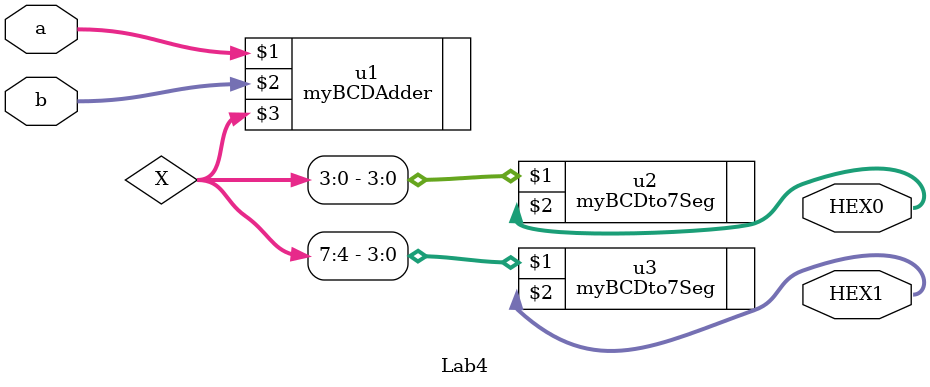
<source format=v>
module Lab4 ( 
	input [3:0] a,
	input [3:0] b, 
	output [6:0] HEX0,
	output [6:0] HEX1
);   
wire [7:0] X;

myBCDAdder  u1(a,b,X);
myBCDto7Seg u2(X[3:0],HEX0);
myBCDto7Seg u3(X[7:4],HEX1);
endmodule

</source>
